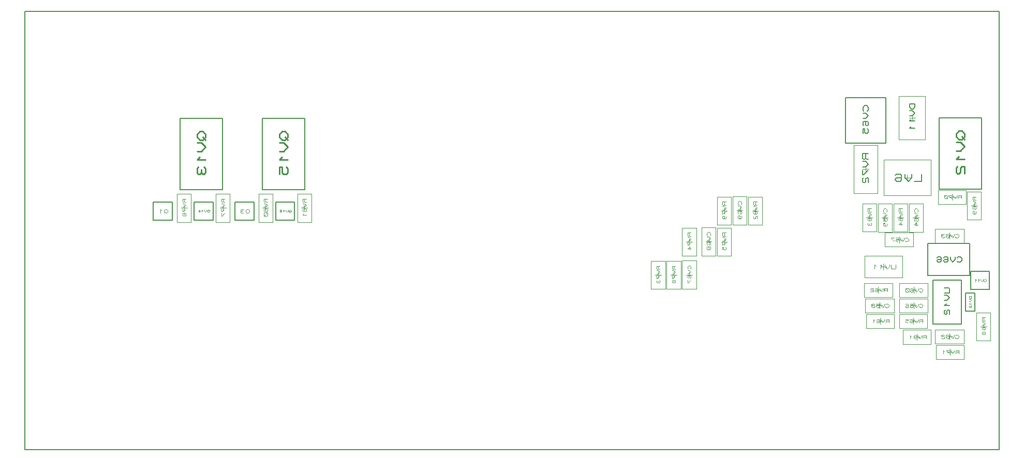
<source format=gbr>
G04 PROTEUS RS274X GERBER FILE*
%FSLAX45Y45*%
%MOMM*%
G01*
%ADD41C,0.203200*%
%ADD114C,0.061970*%
%ADD104C,0.233420*%
%ADD84C,0.050000*%
%ADD115C,0.143000*%
%ADD106C,0.059690*%
%ADD85C,0.193750*%
%ADD101C,0.149860*%
%ADD116C,0.125000*%
%ADD105C,0.144780*%
%ADD102C,0.159000*%
%ADD103C,0.137160*%
%ADD100C,0.095000*%
%ADD99C,0.093000*%
%ADD117C,0.103290*%
D41*
X-7429500Y-4254500D02*
X+8509000Y-4254500D01*
X+8509000Y+2921000D01*
X-7429500Y+2921000D01*
X-7429500Y-4254500D01*
X+8041640Y-1630680D02*
X+8351520Y-1630680D01*
X+8351520Y-1338580D01*
X+8041640Y-1338580D01*
X+8041640Y-1630680D01*
D114*
X+8295740Y-1478433D02*
X+8283345Y-1466038D01*
X+8270950Y-1466038D01*
X+8258555Y-1478433D01*
X+8258555Y-1490828D01*
X+8270950Y-1503223D01*
X+8283345Y-1503223D01*
X+8295740Y-1490828D01*
X+8295740Y-1478433D01*
X+8270950Y-1490828D02*
X+8258555Y-1503223D01*
X+8246160Y-1466038D02*
X+8246160Y-1484630D01*
X+8227568Y-1503223D01*
X+8208975Y-1484630D01*
X+8208975Y-1466038D01*
X+8184185Y-1478433D02*
X+8171790Y-1466038D01*
X+8171790Y-1503223D01*
X+8134605Y-1478433D02*
X+8122210Y-1466038D01*
X+8122210Y-1503223D01*
D41*
X+7524750Y+7620D02*
X+8223250Y+7620D01*
X+8223250Y+1174750D01*
X+7524750Y+1174750D01*
X+7524750Y+7620D01*
D104*
X+7850658Y+964665D02*
X+7803973Y+917980D01*
X+7803973Y+871295D01*
X+7850658Y+824610D01*
X+7897343Y+824610D01*
X+7944028Y+871295D01*
X+7944028Y+917980D01*
X+7897343Y+964665D01*
X+7850658Y+964665D01*
X+7897343Y+871295D02*
X+7944028Y+824610D01*
X+7803973Y+777925D02*
X+7874000Y+777925D01*
X+7944028Y+707898D01*
X+7874000Y+637870D01*
X+7803973Y+637870D01*
X+7850658Y+544500D02*
X+7803973Y+497815D01*
X+7944028Y+497815D01*
X+7827315Y+381103D02*
X+7803973Y+357760D01*
X+7803973Y+287733D01*
X+7827315Y+264390D01*
X+7850658Y+264390D01*
X+7874000Y+287733D01*
X+7874000Y+357760D01*
X+7897343Y+381103D01*
X+7944028Y+381103D01*
X+7944028Y+264390D01*
D84*
X+6871600Y+824620D02*
X+6871600Y+1534620D01*
X+7301600Y+1534620D01*
X+7301600Y+824620D01*
X+6871600Y+824620D01*
X+7136600Y+1179620D02*
X+7036600Y+1179620D01*
X+7086600Y+1229620D02*
X+7086600Y+1129620D01*
D115*
X+7129500Y+1408420D02*
X+7043700Y+1408420D01*
X+7043700Y+1351220D01*
X+7072300Y+1322620D01*
X+7100900Y+1322620D01*
X+7129500Y+1351220D01*
X+7129500Y+1408420D01*
X+7043700Y+1294020D02*
X+7086600Y+1294020D01*
X+7129500Y+1251120D01*
X+7086600Y+1208220D01*
X+7043700Y+1208220D01*
X+7072300Y+1151020D02*
X+7043700Y+1122420D01*
X+7129500Y+1122420D01*
X+7072300Y+1036620D02*
X+7043700Y+1008020D01*
X+7129500Y+1008020D01*
D41*
X+7964020Y-1992630D02*
X+8114180Y-1992630D01*
X+8114180Y-1694180D01*
X+7964020Y-1694180D01*
X+7964020Y-1992630D01*
D106*
X+8057007Y-1747901D02*
X+8021193Y-1747901D01*
X+8021193Y-1771777D01*
X+8033131Y-1783715D01*
X+8045069Y-1783715D01*
X+8057007Y-1771777D01*
X+8057007Y-1747901D01*
X+8021193Y-1795653D02*
X+8039100Y-1795653D01*
X+8057007Y-1813560D01*
X+8039100Y-1831467D01*
X+8021193Y-1831467D01*
X+8033131Y-1855343D02*
X+8021193Y-1867281D01*
X+8057007Y-1867281D01*
X+8027162Y-1897126D02*
X+8021193Y-1903095D01*
X+8021193Y-1921002D01*
X+8027162Y-1926971D01*
X+8033131Y-1926971D01*
X+8039100Y-1921002D01*
X+8039100Y-1903095D01*
X+8045069Y-1897126D01*
X+8057007Y-1897126D01*
X+8057007Y-1926971D01*
D84*
X+6620600Y+488120D02*
X+7390600Y+488120D01*
X+7390600Y-91880D01*
X+6620600Y-91880D01*
X+6620600Y+488120D01*
X+7005600Y+148120D02*
X+7005600Y+248120D01*
X+7055600Y+198120D02*
X+6955600Y+198120D01*
D85*
X+7238100Y+256245D02*
X+7238100Y+139995D01*
X+7121850Y+139995D01*
X+7083100Y+256245D02*
X+7083100Y+198120D01*
X+7024975Y+139995D01*
X+6966850Y+198120D01*
X+6966850Y+256245D01*
X+6811850Y+236870D02*
X+6831225Y+256245D01*
X+6889350Y+256245D01*
X+6908725Y+236870D01*
X+6908725Y+159370D01*
X+6889350Y+139995D01*
X+6831225Y+139995D01*
X+6811850Y+159370D01*
X+6811850Y+178745D01*
X+6831225Y+198120D01*
X+6908725Y+198120D01*
D41*
X+5996940Y+762220D02*
X+6652260Y+762220D01*
X+6652260Y+1511520D01*
X+5996940Y+1511520D01*
X+5996940Y+762220D01*
D101*
X+6354572Y+1286730D02*
X+6369558Y+1301716D01*
X+6369558Y+1346674D01*
X+6339586Y+1376646D01*
X+6309614Y+1376646D01*
X+6279642Y+1346674D01*
X+6279642Y+1301716D01*
X+6294628Y+1286730D01*
X+6279642Y+1256758D02*
X+6324600Y+1256758D01*
X+6369558Y+1211800D01*
X+6324600Y+1166842D01*
X+6279642Y+1166842D01*
X+6294628Y+1046954D02*
X+6279642Y+1061940D01*
X+6279642Y+1106898D01*
X+6294628Y+1121884D01*
X+6354572Y+1121884D01*
X+6369558Y+1106898D01*
X+6369558Y+1061940D01*
X+6354572Y+1046954D01*
X+6339586Y+1046954D01*
X+6324600Y+1061940D01*
X+6324600Y+1121884D01*
X+6279642Y+927066D02*
X+6279642Y+1001996D01*
X+6309614Y+1001996D01*
X+6309614Y+942052D01*
X+6324600Y+927066D01*
X+6354572Y+927066D01*
X+6369558Y+942052D01*
X+6369558Y+987010D01*
X+6354572Y+1001996D01*
D84*
X+6927600Y-1441400D02*
X+6307600Y-1441400D01*
X+6307600Y-1081400D01*
X+6927600Y-1081400D01*
X+6927600Y-1441400D01*
X+6617600Y-1211400D02*
X+6617600Y-1311400D01*
X+6567600Y-1261400D02*
X+6667600Y-1261400D01*
D116*
X+6817600Y-1223900D02*
X+6817600Y-1286400D01*
X+6805100Y-1298900D01*
X+6755100Y-1298900D01*
X+6742600Y-1286400D01*
X+6742600Y-1223900D01*
X+6717600Y-1223900D02*
X+6717600Y-1261400D01*
X+6680100Y-1298900D01*
X+6642600Y-1261400D01*
X+6642600Y-1223900D01*
X+6592600Y-1248900D02*
X+6567600Y-1223900D01*
X+6567600Y-1298900D01*
X+6492600Y-1248900D02*
X+6467600Y-1223900D01*
X+6467600Y-1298900D01*
D41*
X+7424420Y-2202180D02*
X+7891780Y-2202180D01*
X+7891780Y-1478280D01*
X+7424420Y-1478280D01*
X+7424420Y-2202180D01*
D105*
X+7614666Y-1608582D02*
X+7687056Y-1608582D01*
X+7701534Y-1623060D01*
X+7701534Y-1680972D01*
X+7687056Y-1695450D01*
X+7614666Y-1695450D01*
X+7614666Y-1724406D02*
X+7658100Y-1724406D01*
X+7701534Y-1767840D01*
X+7658100Y-1811274D01*
X+7614666Y-1811274D01*
X+7643622Y-1869186D02*
X+7614666Y-1898142D01*
X+7701534Y-1898142D01*
X+7629144Y-1970532D02*
X+7614666Y-1985010D01*
X+7614666Y-2028444D01*
X+7629144Y-2042922D01*
X+7643622Y-2042922D01*
X+7658100Y-2028444D01*
X+7658100Y-1985010D01*
X+7672578Y-1970532D01*
X+7701534Y-1970532D01*
X+7701534Y-2042922D01*
D84*
X+6519600Y+732620D02*
X+6519600Y-57380D01*
X+6129600Y-57380D01*
X+6129600Y+732620D01*
X+6519600Y+732620D01*
X+6274600Y+337620D02*
X+6374600Y+337620D01*
X+6324600Y+287620D02*
X+6324600Y+387620D01*
D102*
X+6372300Y+592020D02*
X+6276900Y+592020D01*
X+6276900Y+512520D01*
X+6292800Y+496620D01*
X+6308700Y+496620D01*
X+6324600Y+512520D01*
X+6324600Y+592020D01*
X+6324600Y+512520D02*
X+6340500Y+496620D01*
X+6372300Y+496620D01*
X+6276900Y+464820D02*
X+6324600Y+464820D01*
X+6372300Y+417120D01*
X+6324600Y+369420D01*
X+6276900Y+369420D01*
X+6276900Y+321720D02*
X+6276900Y+242220D01*
X+6292800Y+242220D01*
X+6372300Y+321720D01*
X+6292800Y+194520D02*
X+6276900Y+178620D01*
X+6276900Y+130920D01*
X+6292800Y+115020D01*
X+6308700Y+115020D01*
X+6324600Y+130920D01*
X+6324600Y+178620D01*
X+6340500Y+194520D01*
X+6372300Y+194520D01*
X+6372300Y+115020D01*
D41*
X+7340600Y-1407160D02*
X+8026400Y-1407160D01*
X+8026400Y-878840D01*
X+7340600Y-878840D01*
X+7340600Y-1407160D01*
D103*
X+7820660Y-1170432D02*
X+7834376Y-1184148D01*
X+7875524Y-1184148D01*
X+7902956Y-1156716D01*
X+7902956Y-1129284D01*
X+7875524Y-1101852D01*
X+7834376Y-1101852D01*
X+7820660Y-1115568D01*
X+7793228Y-1101852D02*
X+7793228Y-1143000D01*
X+7752080Y-1184148D01*
X+7710932Y-1143000D01*
X+7710932Y-1101852D01*
X+7601204Y-1115568D02*
X+7614920Y-1101852D01*
X+7656068Y-1101852D01*
X+7669784Y-1115568D01*
X+7669784Y-1170432D01*
X+7656068Y-1184148D01*
X+7614920Y-1184148D01*
X+7601204Y-1170432D01*
X+7601204Y-1156716D01*
X+7614920Y-1143000D01*
X+7669784Y-1143000D01*
X+7491476Y-1115568D02*
X+7505192Y-1101852D01*
X+7546340Y-1101852D01*
X+7560056Y-1115568D01*
X+7560056Y-1170432D01*
X+7546340Y-1184148D01*
X+7505192Y-1184148D01*
X+7491476Y-1170432D01*
X+7491476Y-1156716D01*
X+7505192Y-1143000D01*
X+7560056Y-1143000D01*
D84*
X+7933600Y-869380D02*
X+7463600Y-869380D01*
X+7463600Y-639380D01*
X+7933600Y-639380D01*
X+7933600Y-869380D01*
X+7698600Y-704380D02*
X+7698600Y-804380D01*
X+7648600Y-754380D02*
X+7748600Y-754380D01*
D100*
X+7793600Y-773380D02*
X+7803100Y-782880D01*
X+7831600Y-782880D01*
X+7850600Y-763880D01*
X+7850600Y-744880D01*
X+7831600Y-725880D01*
X+7803100Y-725880D01*
X+7793600Y-735380D01*
X+7774600Y-725880D02*
X+7774600Y-754380D01*
X+7746100Y-782880D01*
X+7717600Y-754380D01*
X+7717600Y-725880D01*
X+7641600Y-735380D02*
X+7651100Y-725880D01*
X+7679600Y-725880D01*
X+7689100Y-735380D01*
X+7689100Y-773380D01*
X+7679600Y-782880D01*
X+7651100Y-782880D01*
X+7641600Y-773380D01*
X+7641600Y-763880D01*
X+7651100Y-754380D01*
X+7689100Y-754380D01*
X+7613100Y-735380D02*
X+7603600Y-725880D01*
X+7575100Y-725880D01*
X+7565600Y-735380D01*
X+7565600Y-744880D01*
X+7575100Y-754380D01*
X+7565600Y-763880D01*
X+7565600Y-773380D01*
X+7575100Y-782880D01*
X+7603600Y-782880D01*
X+7613100Y-773380D01*
X+7594100Y-754380D02*
X+7575100Y-754380D01*
D84*
X+6790600Y-2266380D02*
X+6330600Y-2266380D01*
X+6330600Y-2036380D01*
X+6790600Y-2036380D01*
X+6790600Y-2266380D01*
X+6560600Y-2101380D02*
X+6560600Y-2201380D01*
X+6510600Y-2151380D02*
X+6610600Y-2151380D01*
D99*
X+6709400Y-2179280D02*
X+6709400Y-2123480D01*
X+6662900Y-2123480D01*
X+6653600Y-2132780D01*
X+6653600Y-2142080D01*
X+6662900Y-2151380D01*
X+6709400Y-2151380D01*
X+6662900Y-2151380D02*
X+6653600Y-2160680D01*
X+6653600Y-2179280D01*
X+6635000Y-2123480D02*
X+6635000Y-2151380D01*
X+6607100Y-2179280D01*
X+6579200Y-2151380D01*
X+6579200Y-2123480D01*
X+6504800Y-2132780D02*
X+6514100Y-2123480D01*
X+6542000Y-2123480D01*
X+6551300Y-2132780D01*
X+6551300Y-2169980D01*
X+6542000Y-2179280D01*
X+6514100Y-2179280D01*
X+6504800Y-2169980D01*
X+6504800Y-2160680D01*
X+6514100Y-2151380D01*
X+6551300Y-2151380D01*
X+6467600Y-2142080D02*
X+6449000Y-2123480D01*
X+6449000Y-2179280D01*
D84*
X+6763100Y-1758380D02*
X+6303100Y-1758380D01*
X+6303100Y-1528380D01*
X+6763100Y-1528380D01*
X+6763100Y-1758380D01*
X+6533100Y-1593380D02*
X+6533100Y-1693380D01*
X+6483100Y-1643380D02*
X+6583100Y-1643380D01*
D99*
X+6681900Y-1671280D02*
X+6681900Y-1615480D01*
X+6635400Y-1615480D01*
X+6626100Y-1624780D01*
X+6626100Y-1634080D01*
X+6635400Y-1643380D01*
X+6681900Y-1643380D01*
X+6635400Y-1643380D02*
X+6626100Y-1652680D01*
X+6626100Y-1671280D01*
X+6607500Y-1615480D02*
X+6607500Y-1643380D01*
X+6579600Y-1671280D01*
X+6551700Y-1643380D01*
X+6551700Y-1615480D01*
X+6477300Y-1624780D02*
X+6486600Y-1615480D01*
X+6514500Y-1615480D01*
X+6523800Y-1624780D01*
X+6523800Y-1661980D01*
X+6514500Y-1671280D01*
X+6486600Y-1671280D01*
X+6477300Y-1661980D01*
X+6477300Y-1652680D01*
X+6486600Y-1643380D01*
X+6523800Y-1643380D01*
X+6449400Y-1624780D02*
X+6440100Y-1615480D01*
X+6412200Y-1615480D01*
X+6402900Y-1624780D01*
X+6402900Y-1634080D01*
X+6412200Y-1643380D01*
X+6440100Y-1643380D01*
X+6449400Y-1652680D01*
X+6449400Y-1671280D01*
X+6402900Y-1671280D01*
D84*
X+6273100Y-684880D02*
X+6273100Y-224880D01*
X+6503100Y-224880D01*
X+6503100Y-684880D01*
X+6273100Y-684880D01*
X+6438100Y-454880D02*
X+6338100Y-454880D01*
X+6388100Y-404880D02*
X+6388100Y-504880D01*
D99*
X+6416000Y-306080D02*
X+6360200Y-306080D01*
X+6360200Y-352580D01*
X+6369500Y-361880D01*
X+6378800Y-361880D01*
X+6388100Y-352580D01*
X+6388100Y-306080D01*
X+6388100Y-352580D02*
X+6397400Y-361880D01*
X+6416000Y-361880D01*
X+6360200Y-380480D02*
X+6388100Y-380480D01*
X+6416000Y-408380D01*
X+6388100Y-436280D01*
X+6360200Y-436280D01*
X+6369500Y-510680D02*
X+6360200Y-501380D01*
X+6360200Y-473480D01*
X+6369500Y-464180D01*
X+6406700Y-464180D01*
X+6416000Y-473480D01*
X+6416000Y-501380D01*
X+6406700Y-510680D01*
X+6397400Y-510680D01*
X+6388100Y-501380D01*
X+6388100Y-464180D01*
X+6369500Y-538580D02*
X+6360200Y-547880D01*
X+6360200Y-575780D01*
X+6369500Y-585080D01*
X+6378800Y-585080D01*
X+6388100Y-575780D01*
X+6397400Y-585080D01*
X+6406700Y-585080D01*
X+6416000Y-575780D01*
X+6416000Y-547880D01*
X+6406700Y-538580D01*
X+6388100Y-557180D02*
X+6388100Y-575780D01*
D84*
X+6781100Y-684880D02*
X+6781100Y-224880D01*
X+7011100Y-224880D01*
X+7011100Y-684880D01*
X+6781100Y-684880D01*
X+6946100Y-454880D02*
X+6846100Y-454880D01*
X+6896100Y-404880D02*
X+6896100Y-504880D01*
D99*
X+6924000Y-306080D02*
X+6868200Y-306080D01*
X+6868200Y-352580D01*
X+6877500Y-361880D01*
X+6886800Y-361880D01*
X+6896100Y-352580D01*
X+6896100Y-306080D01*
X+6896100Y-352580D02*
X+6905400Y-361880D01*
X+6924000Y-361880D01*
X+6868200Y-380480D02*
X+6896100Y-380480D01*
X+6924000Y-408380D01*
X+6896100Y-436280D01*
X+6868200Y-436280D01*
X+6877500Y-510680D02*
X+6868200Y-501380D01*
X+6868200Y-473480D01*
X+6877500Y-464180D01*
X+6914700Y-464180D01*
X+6924000Y-473480D01*
X+6924000Y-501380D01*
X+6914700Y-510680D01*
X+6905400Y-510680D01*
X+6896100Y-501380D01*
X+6896100Y-464180D01*
X+6905400Y-585080D02*
X+6905400Y-529280D01*
X+6868200Y-566480D01*
X+6924000Y-566480D01*
D84*
X+7334600Y-2266380D02*
X+6874600Y-2266380D01*
X+6874600Y-2036380D01*
X+7334600Y-2036380D01*
X+7334600Y-2266380D01*
X+7104600Y-2101380D02*
X+7104600Y-2201380D01*
X+7054600Y-2151380D02*
X+7154600Y-2151380D01*
D99*
X+7253400Y-2179280D02*
X+7253400Y-2123480D01*
X+7206900Y-2123480D01*
X+7197600Y-2132780D01*
X+7197600Y-2142080D01*
X+7206900Y-2151380D01*
X+7253400Y-2151380D01*
X+7206900Y-2151380D02*
X+7197600Y-2160680D01*
X+7197600Y-2179280D01*
X+7179000Y-2123480D02*
X+7179000Y-2151380D01*
X+7151100Y-2179280D01*
X+7123200Y-2151380D01*
X+7123200Y-2123480D01*
X+7048800Y-2132780D02*
X+7058100Y-2123480D01*
X+7086000Y-2123480D01*
X+7095300Y-2132780D01*
X+7095300Y-2169980D01*
X+7086000Y-2179280D01*
X+7058100Y-2179280D01*
X+7048800Y-2169980D01*
X+7048800Y-2160680D01*
X+7058100Y-2151380D01*
X+7095300Y-2151380D01*
X+6974400Y-2123480D02*
X+7020900Y-2123480D01*
X+7020900Y-2142080D01*
X+6983700Y-2142080D01*
X+6974400Y-2151380D01*
X+6974400Y-2169980D01*
X+6983700Y-2179280D01*
X+7011600Y-2179280D01*
X+7020900Y-2169980D01*
D84*
X+8370000Y-2010500D02*
X+8370000Y-2470500D01*
X+8140000Y-2470500D01*
X+8140000Y-2010500D01*
X+8370000Y-2010500D01*
X+8205000Y-2240500D02*
X+8305000Y-2240500D01*
X+8255000Y-2290500D02*
X+8255000Y-2190500D01*
D99*
X+8282900Y-2091700D02*
X+8227100Y-2091700D01*
X+8227100Y-2138200D01*
X+8236400Y-2147500D01*
X+8245700Y-2147500D01*
X+8255000Y-2138200D01*
X+8255000Y-2091700D01*
X+8255000Y-2138200D02*
X+8264300Y-2147500D01*
X+8282900Y-2147500D01*
X+8227100Y-2166100D02*
X+8255000Y-2166100D01*
X+8282900Y-2194000D01*
X+8255000Y-2221900D01*
X+8227100Y-2221900D01*
X+8236400Y-2296300D02*
X+8227100Y-2287000D01*
X+8227100Y-2259100D01*
X+8236400Y-2249800D01*
X+8273600Y-2249800D01*
X+8282900Y-2259100D01*
X+8282900Y-2287000D01*
X+8273600Y-2296300D01*
X+8264300Y-2296300D01*
X+8255000Y-2287000D01*
X+8255000Y-2249800D01*
X+8255000Y-2333500D02*
X+8245700Y-2324200D01*
X+8236400Y-2324200D01*
X+8227100Y-2333500D01*
X+8227100Y-2361400D01*
X+8236400Y-2370700D01*
X+8245700Y-2370700D01*
X+8255000Y-2361400D01*
X+8255000Y-2333500D01*
X+8264300Y-2324200D01*
X+8273600Y-2324200D01*
X+8282900Y-2333500D01*
X+8282900Y-2361400D01*
X+8273600Y-2370700D01*
X+8264300Y-2370700D01*
X+8255000Y-2361400D01*
D84*
X+7933600Y-2520380D02*
X+7463600Y-2520380D01*
X+7463600Y-2290380D01*
X+7933600Y-2290380D01*
X+7933600Y-2520380D01*
X+7698600Y-2355380D02*
X+7698600Y-2455380D01*
X+7648600Y-2405380D02*
X+7748600Y-2405380D01*
D100*
X+7793600Y-2424380D02*
X+7803100Y-2433880D01*
X+7831600Y-2433880D01*
X+7850600Y-2414880D01*
X+7850600Y-2395880D01*
X+7831600Y-2376880D01*
X+7803100Y-2376880D01*
X+7793600Y-2386380D01*
X+7774600Y-2376880D02*
X+7774600Y-2405380D01*
X+7746100Y-2433880D01*
X+7717600Y-2405380D01*
X+7717600Y-2376880D01*
X+7641600Y-2386380D02*
X+7651100Y-2376880D01*
X+7679600Y-2376880D01*
X+7689100Y-2386380D01*
X+7689100Y-2424380D01*
X+7679600Y-2433880D01*
X+7651100Y-2433880D01*
X+7641600Y-2424380D01*
X+7641600Y-2414880D01*
X+7651100Y-2405380D01*
X+7689100Y-2405380D01*
X+7613100Y-2386380D02*
X+7603600Y-2376880D01*
X+7575100Y-2376880D01*
X+7565600Y-2386380D01*
X+7565600Y-2395880D01*
X+7575100Y-2405380D01*
X+7603600Y-2405380D01*
X+7613100Y-2414880D01*
X+7613100Y-2433880D01*
X+7565600Y-2433880D01*
D84*
X+7265100Y-224880D02*
X+7265100Y-694880D01*
X+7035100Y-694880D01*
X+7035100Y-224880D01*
X+7265100Y-224880D01*
X+7100100Y-459880D02*
X+7200100Y-459880D01*
X+7150100Y-509880D02*
X+7150100Y-409880D01*
D100*
X+7169100Y-364880D02*
X+7178600Y-355380D01*
X+7178600Y-326880D01*
X+7159600Y-307880D01*
X+7140600Y-307880D01*
X+7121600Y-326880D01*
X+7121600Y-355380D01*
X+7131100Y-364880D01*
X+7121600Y-383880D02*
X+7150100Y-383880D01*
X+7178600Y-412380D01*
X+7150100Y-440880D01*
X+7121600Y-440880D01*
X+7131100Y-516880D02*
X+7121600Y-507380D01*
X+7121600Y-478880D01*
X+7131100Y-469380D01*
X+7169100Y-469380D01*
X+7178600Y-478880D01*
X+7178600Y-507380D01*
X+7169100Y-516880D01*
X+7159600Y-516880D01*
X+7150100Y-507380D01*
X+7150100Y-469380D01*
X+7159600Y-592880D02*
X+7159600Y-535880D01*
X+7121600Y-573880D01*
X+7178600Y-573880D01*
D84*
X+8217600Y-34380D02*
X+8217600Y-494380D01*
X+7987600Y-494380D01*
X+7987600Y-34380D01*
X+8217600Y-34380D01*
X+8052600Y-264380D02*
X+8152600Y-264380D01*
X+8102600Y-314380D02*
X+8102600Y-214380D01*
D99*
X+8130500Y-115580D02*
X+8074700Y-115580D01*
X+8074700Y-162080D01*
X+8084000Y-171380D01*
X+8093300Y-171380D01*
X+8102600Y-162080D01*
X+8102600Y-115580D01*
X+8102600Y-162080D02*
X+8111900Y-171380D01*
X+8130500Y-171380D01*
X+8074700Y-189980D02*
X+8102600Y-189980D01*
X+8130500Y-217880D01*
X+8102600Y-245780D01*
X+8074700Y-245780D01*
X+8084000Y-320180D02*
X+8074700Y-310880D01*
X+8074700Y-282980D01*
X+8084000Y-273680D01*
X+8121200Y-273680D01*
X+8130500Y-282980D01*
X+8130500Y-310880D01*
X+8121200Y-320180D01*
X+8111900Y-320180D01*
X+8102600Y-310880D01*
X+8102600Y-273680D01*
X+8093300Y-394580D02*
X+8102600Y-385280D01*
X+8102600Y-357380D01*
X+8093300Y-348080D01*
X+8084000Y-348080D01*
X+8074700Y-357380D01*
X+8074700Y-385280D01*
X+8084000Y-394580D01*
X+8121200Y-394580D01*
X+8130500Y-385280D01*
X+8130500Y-357380D01*
D84*
X+7509600Y-4380D02*
X+7969600Y-4380D01*
X+7969600Y-234380D01*
X+7509600Y-234380D01*
X+7509600Y-4380D01*
X+7739600Y-169380D02*
X+7739600Y-69380D01*
X+7789600Y-119380D02*
X+7689600Y-119380D01*
D99*
X+7888400Y-147280D02*
X+7888400Y-91480D01*
X+7841900Y-91480D01*
X+7832600Y-100780D01*
X+7832600Y-110080D01*
X+7841900Y-119380D01*
X+7888400Y-119380D01*
X+7841900Y-119380D02*
X+7832600Y-128680D01*
X+7832600Y-147280D01*
X+7814000Y-91480D02*
X+7814000Y-119380D01*
X+7786100Y-147280D01*
X+7758200Y-119380D01*
X+7758200Y-91480D01*
X+7730300Y-91480D02*
X+7683800Y-91480D01*
X+7683800Y-100780D01*
X+7730300Y-147280D01*
X+7665200Y-137980D02*
X+7665200Y-100780D01*
X+7655900Y-91480D01*
X+7618700Y-91480D01*
X+7609400Y-100780D01*
X+7609400Y-137980D01*
X+7618700Y-147280D01*
X+7655900Y-147280D01*
X+7665200Y-137980D01*
X+7665200Y-147280D02*
X+7609400Y-91480D01*
D84*
X+7933600Y-2774380D02*
X+7473600Y-2774380D01*
X+7473600Y-2544380D01*
X+7933600Y-2544380D01*
X+7933600Y-2774380D01*
X+7703600Y-2609380D02*
X+7703600Y-2709380D01*
X+7653600Y-2659380D02*
X+7753600Y-2659380D01*
D99*
X+7852400Y-2687280D02*
X+7852400Y-2631480D01*
X+7805900Y-2631480D01*
X+7796600Y-2640780D01*
X+7796600Y-2650080D01*
X+7805900Y-2659380D01*
X+7852400Y-2659380D01*
X+7805900Y-2659380D02*
X+7796600Y-2668680D01*
X+7796600Y-2687280D01*
X+7778000Y-2631480D02*
X+7778000Y-2659380D01*
X+7750100Y-2687280D01*
X+7722200Y-2659380D01*
X+7722200Y-2631480D01*
X+7694300Y-2631480D02*
X+7647800Y-2631480D01*
X+7647800Y-2640780D01*
X+7694300Y-2687280D01*
X+7610600Y-2650080D02*
X+7592000Y-2631480D01*
X+7592000Y-2687280D01*
D84*
X+6757100Y-224880D02*
X+6757100Y-694880D01*
X+6527100Y-694880D01*
X+6527100Y-224880D01*
X+6757100Y-224880D01*
X+6592100Y-459880D02*
X+6692100Y-459880D01*
X+6642100Y-509880D02*
X+6642100Y-409880D01*
D100*
X+6661100Y-364880D02*
X+6670600Y-355380D01*
X+6670600Y-326880D01*
X+6651600Y-307880D01*
X+6632600Y-307880D01*
X+6613600Y-326880D01*
X+6613600Y-355380D01*
X+6623100Y-364880D01*
X+6613600Y-383880D02*
X+6642100Y-383880D01*
X+6670600Y-412380D01*
X+6642100Y-440880D01*
X+6613600Y-440880D01*
X+6613600Y-516880D02*
X+6613600Y-469380D01*
X+6632600Y-469380D01*
X+6632600Y-507380D01*
X+6642100Y-516880D01*
X+6661100Y-516880D01*
X+6670600Y-507380D01*
X+6670600Y-478880D01*
X+6661100Y-469380D01*
X+6632600Y-592880D02*
X+6642100Y-583380D01*
X+6642100Y-554880D01*
X+6632600Y-545380D01*
X+6623100Y-545380D01*
X+6613600Y-554880D01*
X+6613600Y-583380D01*
X+6623100Y-592880D01*
X+6661100Y-592880D01*
X+6670600Y-583380D01*
X+6670600Y-554880D01*
D84*
X+7108100Y-932880D02*
X+6638100Y-932880D01*
X+6638100Y-702880D01*
X+7108100Y-702880D01*
X+7108100Y-932880D01*
X+6873100Y-767880D02*
X+6873100Y-867880D01*
X+6823100Y-817880D02*
X+6923100Y-817880D01*
D100*
X+6968100Y-836880D02*
X+6977600Y-846380D01*
X+7006100Y-846380D01*
X+7025100Y-827380D01*
X+7025100Y-808380D01*
X+7006100Y-789380D01*
X+6977600Y-789380D01*
X+6968100Y-798880D01*
X+6949100Y-789380D02*
X+6949100Y-817880D01*
X+6920600Y-846380D01*
X+6892100Y-817880D01*
X+6892100Y-789380D01*
X+6816100Y-789380D02*
X+6863600Y-789380D01*
X+6863600Y-808380D01*
X+6825600Y-808380D01*
X+6816100Y-817880D01*
X+6816100Y-836880D01*
X+6825600Y-846380D01*
X+6854100Y-846380D01*
X+6863600Y-836880D01*
X+6787600Y-789380D02*
X+6740100Y-789380D01*
X+6740100Y-798880D01*
X+6787600Y-846380D01*
D84*
X+7344600Y-1758380D02*
X+6874600Y-1758380D01*
X+6874600Y-1528380D01*
X+7344600Y-1528380D01*
X+7344600Y-1758380D01*
X+7109600Y-1593380D02*
X+7109600Y-1693380D01*
X+7059600Y-1643380D02*
X+7159600Y-1643380D01*
D100*
X+7204600Y-1662380D02*
X+7214100Y-1671880D01*
X+7242600Y-1671880D01*
X+7261600Y-1652880D01*
X+7261600Y-1633880D01*
X+7242600Y-1614880D01*
X+7214100Y-1614880D01*
X+7204600Y-1624380D01*
X+7185600Y-1614880D02*
X+7185600Y-1643380D01*
X+7157100Y-1671880D01*
X+7128600Y-1643380D01*
X+7128600Y-1614880D01*
X+7052600Y-1624380D02*
X+7062100Y-1614880D01*
X+7090600Y-1614880D01*
X+7100100Y-1624380D01*
X+7100100Y-1662380D01*
X+7090600Y-1671880D01*
X+7062100Y-1671880D01*
X+7052600Y-1662380D01*
X+7052600Y-1652880D01*
X+7062100Y-1643380D01*
X+7100100Y-1643380D01*
X+7033600Y-1662380D02*
X+7033600Y-1624380D01*
X+7024100Y-1614880D01*
X+6986100Y-1614880D01*
X+6976600Y-1624380D01*
X+6976600Y-1662380D01*
X+6986100Y-1671880D01*
X+7024100Y-1671880D01*
X+7033600Y-1662380D01*
X+7033600Y-1671880D02*
X+6976600Y-1614880D01*
D84*
X+7344600Y-2012380D02*
X+6874600Y-2012380D01*
X+6874600Y-1782380D01*
X+7344600Y-1782380D01*
X+7344600Y-2012380D01*
X+7109600Y-1847380D02*
X+7109600Y-1947380D01*
X+7059600Y-1897380D02*
X+7159600Y-1897380D01*
D100*
X+7204600Y-1916380D02*
X+7214100Y-1925880D01*
X+7242600Y-1925880D01*
X+7261600Y-1906880D01*
X+7261600Y-1887880D01*
X+7242600Y-1868880D01*
X+7214100Y-1868880D01*
X+7204600Y-1878380D01*
X+7185600Y-1868880D02*
X+7185600Y-1897380D01*
X+7157100Y-1925880D01*
X+7128600Y-1897380D01*
X+7128600Y-1868880D01*
X+7052600Y-1868880D02*
X+7100100Y-1868880D01*
X+7100100Y-1887880D01*
X+7062100Y-1887880D01*
X+7052600Y-1897380D01*
X+7052600Y-1916380D01*
X+7062100Y-1925880D01*
X+7090600Y-1925880D01*
X+7100100Y-1916380D01*
X+6976600Y-1878380D02*
X+6986100Y-1868880D01*
X+7014600Y-1868880D01*
X+7024100Y-1878380D01*
X+7024100Y-1916380D01*
X+7014600Y-1925880D01*
X+6986100Y-1925880D01*
X+6976600Y-1916380D01*
X+6976600Y-1906880D01*
X+6986100Y-1897380D01*
X+7024100Y-1897380D01*
D84*
X+6790600Y-2012380D02*
X+6320600Y-2012380D01*
X+6320600Y-1782380D01*
X+6790600Y-1782380D01*
X+6790600Y-2012380D01*
X+6555600Y-1847380D02*
X+6555600Y-1947380D01*
X+6505600Y-1897380D02*
X+6605600Y-1897380D01*
D100*
X+6650600Y-1916380D02*
X+6660100Y-1925880D01*
X+6688600Y-1925880D01*
X+6707600Y-1906880D01*
X+6707600Y-1887880D01*
X+6688600Y-1868880D01*
X+6660100Y-1868880D01*
X+6650600Y-1878380D01*
X+6631600Y-1868880D02*
X+6631600Y-1897380D01*
X+6603100Y-1925880D01*
X+6574600Y-1897380D01*
X+6574600Y-1868880D01*
X+6498600Y-1868880D02*
X+6546100Y-1868880D01*
X+6546100Y-1887880D01*
X+6508100Y-1887880D01*
X+6498600Y-1897380D01*
X+6498600Y-1916380D01*
X+6508100Y-1925880D01*
X+6536600Y-1925880D01*
X+6546100Y-1916380D01*
X+6460600Y-1897380D02*
X+6470100Y-1887880D01*
X+6470100Y-1878380D01*
X+6460600Y-1868880D01*
X+6432100Y-1868880D01*
X+6422600Y-1878380D01*
X+6422600Y-1887880D01*
X+6432100Y-1897380D01*
X+6460600Y-1897380D01*
X+6470100Y-1906880D01*
X+6470100Y-1916380D01*
X+6460600Y-1925880D01*
X+6432100Y-1925880D01*
X+6422600Y-1916380D01*
X+6422600Y-1906880D01*
X+6432100Y-1897380D01*
D41*
X-4895850Y+0D02*
X-4197350Y+0D01*
X-4197350Y+1167130D01*
X-4895850Y+1167130D01*
X-4895850Y+0D01*
D104*
X-4569942Y+957045D02*
X-4616627Y+910360D01*
X-4616627Y+863675D01*
X-4569942Y+816990D01*
X-4523257Y+816990D01*
X-4476572Y+863675D01*
X-4476572Y+910360D01*
X-4523257Y+957045D01*
X-4569942Y+957045D01*
X-4523257Y+863675D02*
X-4476572Y+816990D01*
X-4616627Y+770305D02*
X-4546600Y+770305D01*
X-4476572Y+700278D01*
X-4546600Y+630250D01*
X-4616627Y+630250D01*
X-4569942Y+536880D02*
X-4616627Y+490195D01*
X-4476572Y+490195D01*
X-4593285Y+373483D02*
X-4616627Y+350140D01*
X-4616627Y+280113D01*
X-4593285Y+256770D01*
X-4569942Y+256770D01*
X-4546600Y+280113D01*
X-4523257Y+256770D01*
X-4499914Y+256770D01*
X-4476572Y+280113D01*
X-4476572Y+350140D01*
X-4499914Y+373483D01*
X-4546600Y+326798D02*
X-4546600Y+280113D01*
D41*
X-3549650Y+0D02*
X-2851150Y+0D01*
X-2851150Y+1167130D01*
X-3549650Y+1167130D01*
X-3549650Y+0D01*
D104*
X-3223742Y+957045D02*
X-3270427Y+910360D01*
X-3270427Y+863675D01*
X-3223742Y+816990D01*
X-3177057Y+816990D01*
X-3130372Y+863675D01*
X-3130372Y+910360D01*
X-3177057Y+957045D01*
X-3223742Y+957045D01*
X-3177057Y+863675D02*
X-3130372Y+816990D01*
X-3270427Y+770305D02*
X-3200400Y+770305D01*
X-3130372Y+700278D01*
X-3200400Y+630250D01*
X-3270427Y+630250D01*
X-3223742Y+536880D02*
X-3270427Y+490195D01*
X-3130372Y+490195D01*
X-3270427Y+256770D02*
X-3270427Y+373483D01*
X-3223742Y+373483D01*
X-3223742Y+280113D01*
X-3200400Y+256770D01*
X-3153714Y+256770D01*
X-3130372Y+280113D01*
X-3130372Y+350140D01*
X-3153714Y+373483D01*
D41*
X-5328920Y-495300D02*
X-5019040Y-495300D01*
X-5019040Y-203200D01*
X-5328920Y-203200D01*
X-5328920Y-495300D01*
D117*
X-5091346Y-338921D02*
X-5112004Y-318262D01*
X-5132663Y-318262D01*
X-5153321Y-338921D01*
X-5153321Y-359579D01*
X-5132663Y-380238D01*
X-5112004Y-380238D01*
X-5091346Y-359579D01*
X-5091346Y-338921D01*
X-5132663Y-359579D02*
X-5153321Y-380238D01*
X-5194638Y-338921D02*
X-5215297Y-318262D01*
X-5215297Y-380238D01*
D41*
X-3995420Y-495300D02*
X-3685540Y-495300D01*
X-3685540Y-203200D01*
X-3995420Y-203200D01*
X-3995420Y-495300D01*
D117*
X-3757846Y-338921D02*
X-3778504Y-318262D01*
X-3799163Y-318262D01*
X-3819821Y-338921D01*
X-3819821Y-359579D01*
X-3799163Y-380238D01*
X-3778504Y-380238D01*
X-3757846Y-359579D01*
X-3757846Y-338921D01*
X-3799163Y-359579D02*
X-3819821Y-380238D01*
X-3850809Y-328591D02*
X-3861138Y-318262D01*
X-3892126Y-318262D01*
X-3902455Y-328591D01*
X-3902455Y-338921D01*
X-3892126Y-349250D01*
X-3902455Y-359579D01*
X-3902455Y-369909D01*
X-3892126Y-380238D01*
X-3861138Y-380238D01*
X-3850809Y-369909D01*
X-3871467Y-349250D02*
X-3892126Y-349250D01*
D41*
X-4663440Y-495300D02*
X-4353560Y-495300D01*
X-4353560Y-203200D01*
X-4663440Y-203200D01*
X-4663440Y-495300D01*
D114*
X-4409340Y-343053D02*
X-4421735Y-330658D01*
X-4434130Y-330658D01*
X-4446525Y-343053D01*
X-4446525Y-355448D01*
X-4434130Y-367843D01*
X-4421735Y-367843D01*
X-4409340Y-355448D01*
X-4409340Y-343053D01*
X-4434130Y-355448D02*
X-4446525Y-367843D01*
X-4458920Y-330658D02*
X-4458920Y-349250D01*
X-4477512Y-367843D01*
X-4496105Y-349250D01*
X-4496105Y-330658D01*
X-4520895Y-343053D02*
X-4533290Y-330658D01*
X-4533290Y-367843D01*
X-4595265Y-355448D02*
X-4558080Y-355448D01*
X-4582870Y-330658D01*
X-4582870Y-367843D01*
D41*
X-3329940Y-495300D02*
X-3020060Y-495300D01*
X-3020060Y-203200D01*
X-3329940Y-203200D01*
X-3329940Y-495300D01*
D114*
X-3075840Y-343053D02*
X-3088235Y-330658D01*
X-3100630Y-330658D01*
X-3113025Y-343053D01*
X-3113025Y-355448D01*
X-3100630Y-367843D01*
X-3088235Y-367843D01*
X-3075840Y-355448D01*
X-3075840Y-343053D01*
X-3100630Y-355448D02*
X-3113025Y-367843D01*
X-3125420Y-330658D02*
X-3125420Y-349250D01*
X-3144012Y-367843D01*
X-3162605Y-349250D01*
X-3162605Y-330658D01*
X-3187395Y-343053D02*
X-3199790Y-330658D01*
X-3199790Y-367843D01*
X-3261765Y-336855D02*
X-3255567Y-330658D01*
X-3236975Y-330658D01*
X-3230777Y-336855D01*
X-3230777Y-361646D01*
X-3236975Y-367843D01*
X-3255567Y-367843D01*
X-3261765Y-361646D01*
X-3261765Y-355448D01*
X-3255567Y-349250D01*
X-3230777Y-349250D01*
D84*
X-4711000Y-69500D02*
X-4711000Y-529500D01*
X-4941000Y-529500D01*
X-4941000Y-69500D01*
X-4711000Y-69500D01*
X-4876000Y-299500D02*
X-4776000Y-299500D01*
X-4826000Y-349500D02*
X-4826000Y-249500D01*
D99*
X-4798100Y-150700D02*
X-4853900Y-150700D01*
X-4853900Y-197200D01*
X-4844600Y-206500D01*
X-4835300Y-206500D01*
X-4826000Y-197200D01*
X-4826000Y-150700D01*
X-4826000Y-197200D02*
X-4816700Y-206500D01*
X-4798100Y-206500D01*
X-4853900Y-225100D02*
X-4826000Y-225100D01*
X-4798100Y-253000D01*
X-4826000Y-280900D01*
X-4853900Y-280900D01*
X-4853900Y-308800D02*
X-4853900Y-355300D01*
X-4844600Y-355300D01*
X-4798100Y-308800D01*
X-4844600Y-429700D02*
X-4853900Y-420400D01*
X-4853900Y-392500D01*
X-4844600Y-383200D01*
X-4807400Y-383200D01*
X-4798100Y-392500D01*
X-4798100Y-420400D01*
X-4807400Y-429700D01*
X-4816700Y-429700D01*
X-4826000Y-420400D01*
X-4826000Y-383200D01*
D84*
X-4076000Y-69500D02*
X-4076000Y-529500D01*
X-4306000Y-529500D01*
X-4306000Y-69500D01*
X-4076000Y-69500D01*
X-4241000Y-299500D02*
X-4141000Y-299500D01*
X-4191000Y-349500D02*
X-4191000Y-249500D01*
D99*
X-4163100Y-150700D02*
X-4218900Y-150700D01*
X-4218900Y-197200D01*
X-4209600Y-206500D01*
X-4200300Y-206500D01*
X-4191000Y-197200D01*
X-4191000Y-150700D01*
X-4191000Y-197200D02*
X-4181700Y-206500D01*
X-4163100Y-206500D01*
X-4218900Y-225100D02*
X-4191000Y-225100D01*
X-4163100Y-253000D01*
X-4191000Y-280900D01*
X-4218900Y-280900D01*
X-4218900Y-308800D02*
X-4218900Y-355300D01*
X-4209600Y-355300D01*
X-4163100Y-308800D01*
X-4218900Y-383200D02*
X-4218900Y-429700D01*
X-4209600Y-429700D01*
X-4163100Y-383200D01*
D84*
X-3377500Y-69500D02*
X-3377500Y-529500D01*
X-3607500Y-529500D01*
X-3607500Y-69500D01*
X-3377500Y-69500D01*
X-3542500Y-299500D02*
X-3442500Y-299500D01*
X-3492500Y-349500D02*
X-3492500Y-249500D01*
D99*
X-3464600Y-150700D02*
X-3520400Y-150700D01*
X-3520400Y-197200D01*
X-3511100Y-206500D01*
X-3501800Y-206500D01*
X-3492500Y-197200D01*
X-3492500Y-150700D01*
X-3492500Y-197200D02*
X-3483200Y-206500D01*
X-3464600Y-206500D01*
X-3520400Y-225100D02*
X-3492500Y-225100D01*
X-3464600Y-253000D01*
X-3492500Y-280900D01*
X-3520400Y-280900D01*
X-3492500Y-318100D02*
X-3501800Y-308800D01*
X-3511100Y-308800D01*
X-3520400Y-318100D01*
X-3520400Y-346000D01*
X-3511100Y-355300D01*
X-3501800Y-355300D01*
X-3492500Y-346000D01*
X-3492500Y-318100D01*
X-3483200Y-308800D01*
X-3473900Y-308800D01*
X-3464600Y-318100D01*
X-3464600Y-346000D01*
X-3473900Y-355300D01*
X-3483200Y-355300D01*
X-3492500Y-346000D01*
X-3473900Y-373900D02*
X-3511100Y-373900D01*
X-3520400Y-383200D01*
X-3520400Y-420400D01*
X-3511100Y-429700D01*
X-3473900Y-429700D01*
X-3464600Y-420400D01*
X-3464600Y-383200D01*
X-3473900Y-373900D01*
X-3464600Y-373900D02*
X-3520400Y-429700D01*
D84*
X-2742500Y-69500D02*
X-2742500Y-529500D01*
X-2972500Y-529500D01*
X-2972500Y-69500D01*
X-2742500Y-69500D01*
X-2907500Y-299500D02*
X-2807500Y-299500D01*
X-2857500Y-349500D02*
X-2857500Y-249500D01*
D99*
X-2829600Y-150700D02*
X-2885400Y-150700D01*
X-2885400Y-197200D01*
X-2876100Y-206500D01*
X-2866800Y-206500D01*
X-2857500Y-197200D01*
X-2857500Y-150700D01*
X-2857500Y-197200D02*
X-2848200Y-206500D01*
X-2829600Y-206500D01*
X-2885400Y-225100D02*
X-2857500Y-225100D01*
X-2829600Y-253000D01*
X-2857500Y-280900D01*
X-2885400Y-280900D01*
X-2857500Y-318100D02*
X-2866800Y-308800D01*
X-2876100Y-308800D01*
X-2885400Y-318100D01*
X-2885400Y-346000D01*
X-2876100Y-355300D01*
X-2866800Y-355300D01*
X-2857500Y-346000D01*
X-2857500Y-318100D01*
X-2848200Y-308800D01*
X-2838900Y-308800D01*
X-2829600Y-318100D01*
X-2829600Y-346000D01*
X-2838900Y-355300D01*
X-2848200Y-355300D01*
X-2857500Y-346000D01*
X-2866800Y-392500D02*
X-2885400Y-411100D01*
X-2829600Y-411100D01*
D84*
X+3554000Y-1157500D02*
X+3554000Y-1627500D01*
X+3324000Y-1627500D01*
X+3324000Y-1157500D01*
X+3554000Y-1157500D01*
X+3389000Y-1392500D02*
X+3489000Y-1392500D01*
X+3439000Y-1442500D02*
X+3439000Y-1342500D01*
D100*
X+3458000Y-1297500D02*
X+3467500Y-1288000D01*
X+3467500Y-1259500D01*
X+3448500Y-1240500D01*
X+3429500Y-1240500D01*
X+3410500Y-1259500D01*
X+3410500Y-1288000D01*
X+3420000Y-1297500D01*
X+3410500Y-1316500D02*
X+3439000Y-1316500D01*
X+3467500Y-1345000D01*
X+3439000Y-1373500D01*
X+3410500Y-1373500D01*
X+3420000Y-1449500D02*
X+3410500Y-1440000D01*
X+3410500Y-1411500D01*
X+3420000Y-1402000D01*
X+3458000Y-1402000D01*
X+3467500Y-1411500D01*
X+3467500Y-1440000D01*
X+3458000Y-1449500D01*
X+3448500Y-1449500D01*
X+3439000Y-1440000D01*
X+3439000Y-1402000D01*
X+3410500Y-1478000D02*
X+3410500Y-1525500D01*
X+3420000Y-1525500D01*
X+3467500Y-1478000D01*
D84*
X+3871500Y-613500D02*
X+3871500Y-1083500D01*
X+3641500Y-1083500D01*
X+3641500Y-613500D01*
X+3871500Y-613500D01*
X+3706500Y-848500D02*
X+3806500Y-848500D01*
X+3756500Y-898500D02*
X+3756500Y-798500D01*
D100*
X+3775500Y-753500D02*
X+3785000Y-744000D01*
X+3785000Y-715500D01*
X+3766000Y-696500D01*
X+3747000Y-696500D01*
X+3728000Y-715500D01*
X+3728000Y-744000D01*
X+3737500Y-753500D01*
X+3728000Y-772500D02*
X+3756500Y-772500D01*
X+3785000Y-801000D01*
X+3756500Y-829500D01*
X+3728000Y-829500D01*
X+3737500Y-905500D02*
X+3728000Y-896000D01*
X+3728000Y-867500D01*
X+3737500Y-858000D01*
X+3775500Y-858000D01*
X+3785000Y-867500D01*
X+3785000Y-896000D01*
X+3775500Y-905500D01*
X+3766000Y-905500D01*
X+3756500Y-896000D01*
X+3756500Y-858000D01*
X+3756500Y-943500D02*
X+3747000Y-934000D01*
X+3737500Y-934000D01*
X+3728000Y-943500D01*
X+3728000Y-972000D01*
X+3737500Y-981500D01*
X+3747000Y-981500D01*
X+3756500Y-972000D01*
X+3756500Y-943500D01*
X+3766000Y-934000D01*
X+3775500Y-934000D01*
X+3785000Y-943500D01*
X+3785000Y-972000D01*
X+3775500Y-981500D01*
X+3766000Y-981500D01*
X+3756500Y-972000D01*
D84*
X+4379500Y-105500D02*
X+4379500Y-575500D01*
X+4149500Y-575500D01*
X+4149500Y-105500D01*
X+4379500Y-105500D01*
X+4214500Y-340500D02*
X+4314500Y-340500D01*
X+4264500Y-390500D02*
X+4264500Y-290500D01*
D100*
X+4283500Y-245500D02*
X+4293000Y-236000D01*
X+4293000Y-207500D01*
X+4274000Y-188500D01*
X+4255000Y-188500D01*
X+4236000Y-207500D01*
X+4236000Y-236000D01*
X+4245500Y-245500D01*
X+4236000Y-264500D02*
X+4264500Y-264500D01*
X+4293000Y-293000D01*
X+4264500Y-321500D01*
X+4236000Y-321500D01*
X+4245500Y-397500D02*
X+4236000Y-388000D01*
X+4236000Y-359500D01*
X+4245500Y-350000D01*
X+4283500Y-350000D01*
X+4293000Y-359500D01*
X+4293000Y-388000D01*
X+4283500Y-397500D01*
X+4274000Y-397500D01*
X+4264500Y-388000D01*
X+4264500Y-350000D01*
X+4255000Y-473500D02*
X+4264500Y-464000D01*
X+4264500Y-435500D01*
X+4255000Y-426000D01*
X+4245500Y-426000D01*
X+4236000Y-435500D01*
X+4236000Y-464000D01*
X+4245500Y-473500D01*
X+4283500Y-473500D01*
X+4293000Y-464000D01*
X+4293000Y-435500D01*
D84*
X+2816000Y-1627500D02*
X+2816000Y-1167500D01*
X+3046000Y-1167500D01*
X+3046000Y-1627500D01*
X+2816000Y-1627500D01*
X+2981000Y-1397500D02*
X+2881000Y-1397500D01*
X+2931000Y-1347500D02*
X+2931000Y-1447500D01*
D99*
X+2958900Y-1248700D02*
X+2903100Y-1248700D01*
X+2903100Y-1295200D01*
X+2912400Y-1304500D01*
X+2921700Y-1304500D01*
X+2931000Y-1295200D01*
X+2931000Y-1248700D01*
X+2931000Y-1295200D02*
X+2940300Y-1304500D01*
X+2958900Y-1304500D01*
X+2903100Y-1323100D02*
X+2931000Y-1323100D01*
X+2958900Y-1351000D01*
X+2931000Y-1378900D01*
X+2903100Y-1378900D01*
X+2903100Y-1406800D02*
X+2903100Y-1453300D01*
X+2912400Y-1453300D01*
X+2958900Y-1406800D01*
X+2912400Y-1481200D02*
X+2903100Y-1490500D01*
X+2903100Y-1518400D01*
X+2912400Y-1527700D01*
X+2921700Y-1527700D01*
X+2931000Y-1518400D01*
X+2940300Y-1527700D01*
X+2949600Y-1527700D01*
X+2958900Y-1518400D01*
X+2958900Y-1490500D01*
X+2949600Y-1481200D01*
X+2931000Y-1499800D02*
X+2931000Y-1518400D01*
D84*
X+3324000Y-1083500D02*
X+3324000Y-623500D01*
X+3554000Y-623500D01*
X+3554000Y-1083500D01*
X+3324000Y-1083500D01*
X+3489000Y-853500D02*
X+3389000Y-853500D01*
X+3439000Y-803500D02*
X+3439000Y-903500D01*
D99*
X+3466900Y-704700D02*
X+3411100Y-704700D01*
X+3411100Y-751200D01*
X+3420400Y-760500D01*
X+3429700Y-760500D01*
X+3439000Y-751200D01*
X+3439000Y-704700D01*
X+3439000Y-751200D02*
X+3448300Y-760500D01*
X+3466900Y-760500D01*
X+3411100Y-779100D02*
X+3439000Y-779100D01*
X+3466900Y-807000D01*
X+3439000Y-834900D01*
X+3411100Y-834900D01*
X+3411100Y-862800D02*
X+3411100Y-909300D01*
X+3420400Y-909300D01*
X+3466900Y-862800D01*
X+3448300Y-983700D02*
X+3448300Y-927900D01*
X+3411100Y-965100D01*
X+3466900Y-965100D01*
D84*
X+3895500Y-1083500D02*
X+3895500Y-623500D01*
X+4125500Y-623500D01*
X+4125500Y-1083500D01*
X+3895500Y-1083500D01*
X+4060500Y-853500D02*
X+3960500Y-853500D01*
X+4010500Y-803500D02*
X+4010500Y-903500D01*
D99*
X+4038400Y-704700D02*
X+3982600Y-704700D01*
X+3982600Y-751200D01*
X+3991900Y-760500D01*
X+4001200Y-760500D01*
X+4010500Y-751200D01*
X+4010500Y-704700D01*
X+4010500Y-751200D02*
X+4019800Y-760500D01*
X+4038400Y-760500D01*
X+3982600Y-779100D02*
X+4010500Y-779100D01*
X+4038400Y-807000D01*
X+4010500Y-834900D01*
X+3982600Y-834900D01*
X+3982600Y-862800D02*
X+3982600Y-909300D01*
X+3991900Y-909300D01*
X+4038400Y-862800D01*
X+3982600Y-983700D02*
X+3982600Y-937200D01*
X+4001200Y-937200D01*
X+4001200Y-974400D01*
X+4010500Y-983700D01*
X+4029100Y-983700D01*
X+4038400Y-974400D01*
X+4038400Y-946500D01*
X+4029100Y-937200D01*
D84*
X+3070000Y-1627500D02*
X+3070000Y-1167500D01*
X+3300000Y-1167500D01*
X+3300000Y-1627500D01*
X+3070000Y-1627500D01*
X+3235000Y-1397500D02*
X+3135000Y-1397500D01*
X+3185000Y-1347500D02*
X+3185000Y-1447500D01*
D99*
X+3212900Y-1248700D02*
X+3157100Y-1248700D01*
X+3157100Y-1295200D01*
X+3166400Y-1304500D01*
X+3175700Y-1304500D01*
X+3185000Y-1295200D01*
X+3185000Y-1248700D01*
X+3185000Y-1295200D02*
X+3194300Y-1304500D01*
X+3212900Y-1304500D01*
X+3157100Y-1323100D02*
X+3185000Y-1323100D01*
X+3212900Y-1351000D01*
X+3185000Y-1378900D01*
X+3157100Y-1378900D01*
X+3157100Y-1406800D02*
X+3157100Y-1453300D01*
X+3166400Y-1453300D01*
X+3212900Y-1406800D01*
X+3185000Y-1490500D02*
X+3175700Y-1481200D01*
X+3166400Y-1481200D01*
X+3157100Y-1490500D01*
X+3157100Y-1518400D01*
X+3166400Y-1527700D01*
X+3175700Y-1527700D01*
X+3185000Y-1518400D01*
X+3185000Y-1490500D01*
X+3194300Y-1481200D01*
X+3203600Y-1481200D01*
X+3212900Y-1490500D01*
X+3212900Y-1518400D01*
X+3203600Y-1527700D01*
X+3194300Y-1527700D01*
X+3185000Y-1518400D01*
D84*
X+3895500Y-575500D02*
X+3895500Y-115500D01*
X+4125500Y-115500D01*
X+4125500Y-575500D01*
X+3895500Y-575500D01*
X+4060500Y-345500D02*
X+3960500Y-345500D01*
X+4010500Y-295500D02*
X+4010500Y-395500D01*
D99*
X+4038400Y-196700D02*
X+3982600Y-196700D01*
X+3982600Y-243200D01*
X+3991900Y-252500D01*
X+4001200Y-252500D01*
X+4010500Y-243200D01*
X+4010500Y-196700D01*
X+4010500Y-243200D02*
X+4019800Y-252500D01*
X+4038400Y-252500D01*
X+3982600Y-271100D02*
X+4010500Y-271100D01*
X+4038400Y-299000D01*
X+4010500Y-326900D01*
X+3982600Y-326900D01*
X+3982600Y-354800D02*
X+3982600Y-401300D01*
X+3991900Y-401300D01*
X+4038400Y-354800D01*
X+4001200Y-475700D02*
X+4010500Y-466400D01*
X+4010500Y-438500D01*
X+4001200Y-429200D01*
X+3991900Y-429200D01*
X+3982600Y-438500D01*
X+3982600Y-466400D01*
X+3991900Y-475700D01*
X+4029100Y-475700D01*
X+4038400Y-466400D01*
X+4038400Y-438500D01*
D84*
X+4403500Y-575500D02*
X+4403500Y-115500D01*
X+4633500Y-115500D01*
X+4633500Y-575500D01*
X+4403500Y-575500D01*
X+4568500Y-345500D02*
X+4468500Y-345500D01*
X+4518500Y-295500D02*
X+4518500Y-395500D01*
D99*
X+4546400Y-196700D02*
X+4490600Y-196700D01*
X+4490600Y-243200D01*
X+4499900Y-252500D01*
X+4509200Y-252500D01*
X+4518500Y-243200D01*
X+4518500Y-196700D01*
X+4518500Y-243200D02*
X+4527800Y-252500D01*
X+4546400Y-252500D01*
X+4490600Y-271100D02*
X+4518500Y-271100D01*
X+4546400Y-299000D01*
X+4518500Y-326900D01*
X+4490600Y-326900D01*
X+4518500Y-364100D02*
X+4509200Y-354800D01*
X+4499900Y-354800D01*
X+4490600Y-364100D01*
X+4490600Y-392000D01*
X+4499900Y-401300D01*
X+4509200Y-401300D01*
X+4518500Y-392000D01*
X+4518500Y-364100D01*
X+4527800Y-354800D01*
X+4537100Y-354800D01*
X+4546400Y-364100D01*
X+4546400Y-392000D01*
X+4537100Y-401300D01*
X+4527800Y-401300D01*
X+4518500Y-392000D01*
X+4499900Y-429200D02*
X+4490600Y-438500D01*
X+4490600Y-466400D01*
X+4499900Y-475700D01*
X+4509200Y-475700D01*
X+4518500Y-466400D01*
X+4518500Y-438500D01*
X+4527800Y-429200D01*
X+4546400Y-429200D01*
X+4546400Y-475700D01*
D84*
X+7396000Y-2528000D02*
X+6936000Y-2528000D01*
X+6936000Y-2298000D01*
X+7396000Y-2298000D01*
X+7396000Y-2528000D01*
X+7166000Y-2363000D02*
X+7166000Y-2463000D01*
X+7116000Y-2413000D02*
X+7216000Y-2413000D01*
D99*
X+7314800Y-2440900D02*
X+7314800Y-2385100D01*
X+7268300Y-2385100D01*
X+7259000Y-2394400D01*
X+7259000Y-2403700D01*
X+7268300Y-2413000D01*
X+7314800Y-2413000D01*
X+7268300Y-2413000D02*
X+7259000Y-2422300D01*
X+7259000Y-2440900D01*
X+7240400Y-2385100D02*
X+7240400Y-2413000D01*
X+7212500Y-2440900D01*
X+7184600Y-2413000D01*
X+7184600Y-2385100D01*
X+7156700Y-2394400D02*
X+7147400Y-2385100D01*
X+7119500Y-2385100D01*
X+7110200Y-2394400D01*
X+7110200Y-2403700D01*
X+7119500Y-2413000D01*
X+7110200Y-2422300D01*
X+7110200Y-2431600D01*
X+7119500Y-2440900D01*
X+7147400Y-2440900D01*
X+7156700Y-2431600D01*
X+7138100Y-2413000D02*
X+7119500Y-2413000D01*
X+7073000Y-2403700D02*
X+7054400Y-2385100D01*
X+7054400Y-2440900D01*
M02*

</source>
